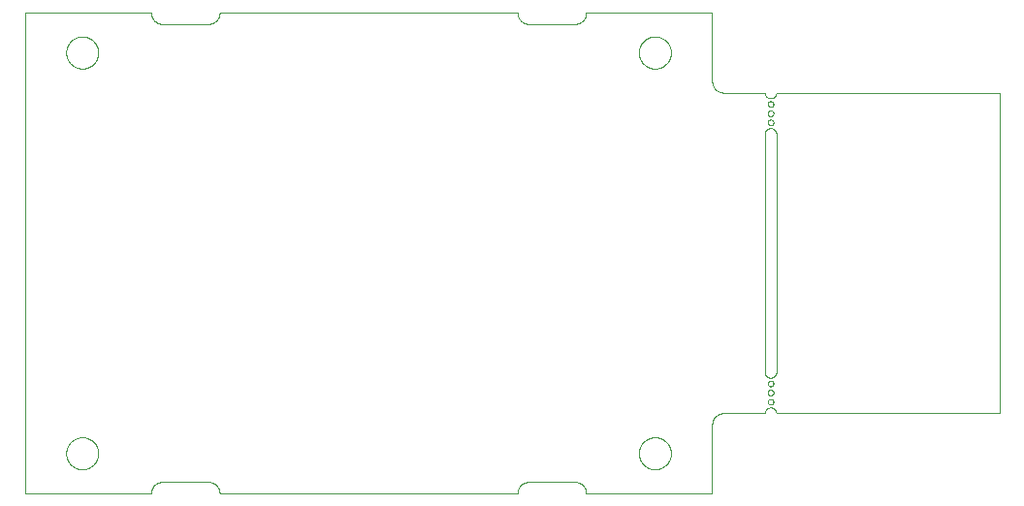
<source format=gbp>
G75*
%MOIN*%
%OFA0B0*%
%FSLAX25Y25*%
%IPPOS*%
%LPD*%
%AMOC8*
5,1,8,0,0,1.08239X$1,22.5*
%
%ADD10C,0.00000*%
%ADD11C,0.00394*%
D10*
X0048494Y0021469D02*
X0048496Y0021617D01*
X0048502Y0021765D01*
X0048512Y0021913D01*
X0048526Y0022060D01*
X0048544Y0022207D01*
X0048565Y0022353D01*
X0048591Y0022499D01*
X0048621Y0022644D01*
X0048654Y0022788D01*
X0048692Y0022931D01*
X0048733Y0023073D01*
X0048778Y0023214D01*
X0048826Y0023354D01*
X0048879Y0023493D01*
X0048935Y0023630D01*
X0048995Y0023765D01*
X0049058Y0023899D01*
X0049125Y0024031D01*
X0049196Y0024161D01*
X0049270Y0024289D01*
X0049347Y0024415D01*
X0049428Y0024539D01*
X0049512Y0024661D01*
X0049599Y0024780D01*
X0049690Y0024897D01*
X0049784Y0025012D01*
X0049880Y0025124D01*
X0049980Y0025234D01*
X0050082Y0025340D01*
X0050188Y0025444D01*
X0050296Y0025545D01*
X0050407Y0025643D01*
X0050520Y0025739D01*
X0050636Y0025831D01*
X0050754Y0025920D01*
X0050875Y0026005D01*
X0050998Y0026088D01*
X0051123Y0026167D01*
X0051250Y0026243D01*
X0051379Y0026315D01*
X0051510Y0026384D01*
X0051643Y0026449D01*
X0051778Y0026510D01*
X0051914Y0026568D01*
X0052051Y0026623D01*
X0052190Y0026673D01*
X0052331Y0026720D01*
X0052472Y0026763D01*
X0052615Y0026803D01*
X0052759Y0026838D01*
X0052903Y0026870D01*
X0053049Y0026897D01*
X0053195Y0026921D01*
X0053342Y0026941D01*
X0053489Y0026957D01*
X0053636Y0026969D01*
X0053784Y0026977D01*
X0053932Y0026981D01*
X0054080Y0026981D01*
X0054228Y0026977D01*
X0054376Y0026969D01*
X0054523Y0026957D01*
X0054670Y0026941D01*
X0054817Y0026921D01*
X0054963Y0026897D01*
X0055109Y0026870D01*
X0055253Y0026838D01*
X0055397Y0026803D01*
X0055540Y0026763D01*
X0055681Y0026720D01*
X0055822Y0026673D01*
X0055961Y0026623D01*
X0056098Y0026568D01*
X0056234Y0026510D01*
X0056369Y0026449D01*
X0056502Y0026384D01*
X0056633Y0026315D01*
X0056762Y0026243D01*
X0056889Y0026167D01*
X0057014Y0026088D01*
X0057137Y0026005D01*
X0057258Y0025920D01*
X0057376Y0025831D01*
X0057492Y0025739D01*
X0057605Y0025643D01*
X0057716Y0025545D01*
X0057824Y0025444D01*
X0057930Y0025340D01*
X0058032Y0025234D01*
X0058132Y0025124D01*
X0058228Y0025012D01*
X0058322Y0024897D01*
X0058413Y0024780D01*
X0058500Y0024661D01*
X0058584Y0024539D01*
X0058665Y0024415D01*
X0058742Y0024289D01*
X0058816Y0024161D01*
X0058887Y0024031D01*
X0058954Y0023899D01*
X0059017Y0023765D01*
X0059077Y0023630D01*
X0059133Y0023493D01*
X0059186Y0023354D01*
X0059234Y0023214D01*
X0059279Y0023073D01*
X0059320Y0022931D01*
X0059358Y0022788D01*
X0059391Y0022644D01*
X0059421Y0022499D01*
X0059447Y0022353D01*
X0059468Y0022207D01*
X0059486Y0022060D01*
X0059500Y0021913D01*
X0059510Y0021765D01*
X0059516Y0021617D01*
X0059518Y0021469D01*
X0059516Y0021321D01*
X0059510Y0021173D01*
X0059500Y0021025D01*
X0059486Y0020878D01*
X0059468Y0020731D01*
X0059447Y0020585D01*
X0059421Y0020439D01*
X0059391Y0020294D01*
X0059358Y0020150D01*
X0059320Y0020007D01*
X0059279Y0019865D01*
X0059234Y0019724D01*
X0059186Y0019584D01*
X0059133Y0019445D01*
X0059077Y0019308D01*
X0059017Y0019173D01*
X0058954Y0019039D01*
X0058887Y0018907D01*
X0058816Y0018777D01*
X0058742Y0018649D01*
X0058665Y0018523D01*
X0058584Y0018399D01*
X0058500Y0018277D01*
X0058413Y0018158D01*
X0058322Y0018041D01*
X0058228Y0017926D01*
X0058132Y0017814D01*
X0058032Y0017704D01*
X0057930Y0017598D01*
X0057824Y0017494D01*
X0057716Y0017393D01*
X0057605Y0017295D01*
X0057492Y0017199D01*
X0057376Y0017107D01*
X0057258Y0017018D01*
X0057137Y0016933D01*
X0057014Y0016850D01*
X0056889Y0016771D01*
X0056762Y0016695D01*
X0056633Y0016623D01*
X0056502Y0016554D01*
X0056369Y0016489D01*
X0056234Y0016428D01*
X0056098Y0016370D01*
X0055961Y0016315D01*
X0055822Y0016265D01*
X0055681Y0016218D01*
X0055540Y0016175D01*
X0055397Y0016135D01*
X0055253Y0016100D01*
X0055109Y0016068D01*
X0054963Y0016041D01*
X0054817Y0016017D01*
X0054670Y0015997D01*
X0054523Y0015981D01*
X0054376Y0015969D01*
X0054228Y0015961D01*
X0054080Y0015957D01*
X0053932Y0015957D01*
X0053784Y0015961D01*
X0053636Y0015969D01*
X0053489Y0015981D01*
X0053342Y0015997D01*
X0053195Y0016017D01*
X0053049Y0016041D01*
X0052903Y0016068D01*
X0052759Y0016100D01*
X0052615Y0016135D01*
X0052472Y0016175D01*
X0052331Y0016218D01*
X0052190Y0016265D01*
X0052051Y0016315D01*
X0051914Y0016370D01*
X0051778Y0016428D01*
X0051643Y0016489D01*
X0051510Y0016554D01*
X0051379Y0016623D01*
X0051250Y0016695D01*
X0051123Y0016771D01*
X0050998Y0016850D01*
X0050875Y0016933D01*
X0050754Y0017018D01*
X0050636Y0017107D01*
X0050520Y0017199D01*
X0050407Y0017295D01*
X0050296Y0017393D01*
X0050188Y0017494D01*
X0050082Y0017598D01*
X0049980Y0017704D01*
X0049880Y0017814D01*
X0049784Y0017926D01*
X0049690Y0018041D01*
X0049599Y0018158D01*
X0049512Y0018277D01*
X0049428Y0018399D01*
X0049347Y0018523D01*
X0049270Y0018649D01*
X0049196Y0018777D01*
X0049125Y0018907D01*
X0049058Y0019039D01*
X0048995Y0019173D01*
X0048935Y0019308D01*
X0048879Y0019445D01*
X0048826Y0019584D01*
X0048778Y0019724D01*
X0048733Y0019865D01*
X0048692Y0020007D01*
X0048654Y0020150D01*
X0048621Y0020294D01*
X0048591Y0020439D01*
X0048565Y0020585D01*
X0048544Y0020731D01*
X0048526Y0020878D01*
X0048512Y0021025D01*
X0048502Y0021173D01*
X0048496Y0021321D01*
X0048494Y0021469D01*
X0245344Y0021469D02*
X0245346Y0021617D01*
X0245352Y0021765D01*
X0245362Y0021913D01*
X0245376Y0022060D01*
X0245394Y0022207D01*
X0245415Y0022353D01*
X0245441Y0022499D01*
X0245471Y0022644D01*
X0245504Y0022788D01*
X0245542Y0022931D01*
X0245583Y0023073D01*
X0245628Y0023214D01*
X0245676Y0023354D01*
X0245729Y0023493D01*
X0245785Y0023630D01*
X0245845Y0023765D01*
X0245908Y0023899D01*
X0245975Y0024031D01*
X0246046Y0024161D01*
X0246120Y0024289D01*
X0246197Y0024415D01*
X0246278Y0024539D01*
X0246362Y0024661D01*
X0246449Y0024780D01*
X0246540Y0024897D01*
X0246634Y0025012D01*
X0246730Y0025124D01*
X0246830Y0025234D01*
X0246932Y0025340D01*
X0247038Y0025444D01*
X0247146Y0025545D01*
X0247257Y0025643D01*
X0247370Y0025739D01*
X0247486Y0025831D01*
X0247604Y0025920D01*
X0247725Y0026005D01*
X0247848Y0026088D01*
X0247973Y0026167D01*
X0248100Y0026243D01*
X0248229Y0026315D01*
X0248360Y0026384D01*
X0248493Y0026449D01*
X0248628Y0026510D01*
X0248764Y0026568D01*
X0248901Y0026623D01*
X0249040Y0026673D01*
X0249181Y0026720D01*
X0249322Y0026763D01*
X0249465Y0026803D01*
X0249609Y0026838D01*
X0249753Y0026870D01*
X0249899Y0026897D01*
X0250045Y0026921D01*
X0250192Y0026941D01*
X0250339Y0026957D01*
X0250486Y0026969D01*
X0250634Y0026977D01*
X0250782Y0026981D01*
X0250930Y0026981D01*
X0251078Y0026977D01*
X0251226Y0026969D01*
X0251373Y0026957D01*
X0251520Y0026941D01*
X0251667Y0026921D01*
X0251813Y0026897D01*
X0251959Y0026870D01*
X0252103Y0026838D01*
X0252247Y0026803D01*
X0252390Y0026763D01*
X0252531Y0026720D01*
X0252672Y0026673D01*
X0252811Y0026623D01*
X0252948Y0026568D01*
X0253084Y0026510D01*
X0253219Y0026449D01*
X0253352Y0026384D01*
X0253483Y0026315D01*
X0253612Y0026243D01*
X0253739Y0026167D01*
X0253864Y0026088D01*
X0253987Y0026005D01*
X0254108Y0025920D01*
X0254226Y0025831D01*
X0254342Y0025739D01*
X0254455Y0025643D01*
X0254566Y0025545D01*
X0254674Y0025444D01*
X0254780Y0025340D01*
X0254882Y0025234D01*
X0254982Y0025124D01*
X0255078Y0025012D01*
X0255172Y0024897D01*
X0255263Y0024780D01*
X0255350Y0024661D01*
X0255434Y0024539D01*
X0255515Y0024415D01*
X0255592Y0024289D01*
X0255666Y0024161D01*
X0255737Y0024031D01*
X0255804Y0023899D01*
X0255867Y0023765D01*
X0255927Y0023630D01*
X0255983Y0023493D01*
X0256036Y0023354D01*
X0256084Y0023214D01*
X0256129Y0023073D01*
X0256170Y0022931D01*
X0256208Y0022788D01*
X0256241Y0022644D01*
X0256271Y0022499D01*
X0256297Y0022353D01*
X0256318Y0022207D01*
X0256336Y0022060D01*
X0256350Y0021913D01*
X0256360Y0021765D01*
X0256366Y0021617D01*
X0256368Y0021469D01*
X0256366Y0021321D01*
X0256360Y0021173D01*
X0256350Y0021025D01*
X0256336Y0020878D01*
X0256318Y0020731D01*
X0256297Y0020585D01*
X0256271Y0020439D01*
X0256241Y0020294D01*
X0256208Y0020150D01*
X0256170Y0020007D01*
X0256129Y0019865D01*
X0256084Y0019724D01*
X0256036Y0019584D01*
X0255983Y0019445D01*
X0255927Y0019308D01*
X0255867Y0019173D01*
X0255804Y0019039D01*
X0255737Y0018907D01*
X0255666Y0018777D01*
X0255592Y0018649D01*
X0255515Y0018523D01*
X0255434Y0018399D01*
X0255350Y0018277D01*
X0255263Y0018158D01*
X0255172Y0018041D01*
X0255078Y0017926D01*
X0254982Y0017814D01*
X0254882Y0017704D01*
X0254780Y0017598D01*
X0254674Y0017494D01*
X0254566Y0017393D01*
X0254455Y0017295D01*
X0254342Y0017199D01*
X0254226Y0017107D01*
X0254108Y0017018D01*
X0253987Y0016933D01*
X0253864Y0016850D01*
X0253739Y0016771D01*
X0253612Y0016695D01*
X0253483Y0016623D01*
X0253352Y0016554D01*
X0253219Y0016489D01*
X0253084Y0016428D01*
X0252948Y0016370D01*
X0252811Y0016315D01*
X0252672Y0016265D01*
X0252531Y0016218D01*
X0252390Y0016175D01*
X0252247Y0016135D01*
X0252103Y0016100D01*
X0251959Y0016068D01*
X0251813Y0016041D01*
X0251667Y0016017D01*
X0251520Y0015997D01*
X0251373Y0015981D01*
X0251226Y0015969D01*
X0251078Y0015961D01*
X0250930Y0015957D01*
X0250782Y0015957D01*
X0250634Y0015961D01*
X0250486Y0015969D01*
X0250339Y0015981D01*
X0250192Y0015997D01*
X0250045Y0016017D01*
X0249899Y0016041D01*
X0249753Y0016068D01*
X0249609Y0016100D01*
X0249465Y0016135D01*
X0249322Y0016175D01*
X0249181Y0016218D01*
X0249040Y0016265D01*
X0248901Y0016315D01*
X0248764Y0016370D01*
X0248628Y0016428D01*
X0248493Y0016489D01*
X0248360Y0016554D01*
X0248229Y0016623D01*
X0248100Y0016695D01*
X0247973Y0016771D01*
X0247848Y0016850D01*
X0247725Y0016933D01*
X0247604Y0017018D01*
X0247486Y0017107D01*
X0247370Y0017199D01*
X0247257Y0017295D01*
X0247146Y0017393D01*
X0247038Y0017494D01*
X0246932Y0017598D01*
X0246830Y0017704D01*
X0246730Y0017814D01*
X0246634Y0017926D01*
X0246540Y0018041D01*
X0246449Y0018158D01*
X0246362Y0018277D01*
X0246278Y0018399D01*
X0246197Y0018523D01*
X0246120Y0018649D01*
X0246046Y0018777D01*
X0245975Y0018907D01*
X0245908Y0019039D01*
X0245845Y0019173D01*
X0245785Y0019308D01*
X0245729Y0019445D01*
X0245676Y0019584D01*
X0245628Y0019724D01*
X0245583Y0019865D01*
X0245542Y0020007D01*
X0245504Y0020150D01*
X0245471Y0020294D01*
X0245441Y0020439D01*
X0245415Y0020585D01*
X0245394Y0020731D01*
X0245376Y0020878D01*
X0245362Y0021025D01*
X0245352Y0021173D01*
X0245346Y0021321D01*
X0245344Y0021469D01*
X0289636Y0039185D02*
X0289638Y0039247D01*
X0289644Y0039310D01*
X0289654Y0039371D01*
X0289668Y0039432D01*
X0289685Y0039492D01*
X0289706Y0039551D01*
X0289732Y0039608D01*
X0289760Y0039663D01*
X0289792Y0039717D01*
X0289828Y0039768D01*
X0289866Y0039818D01*
X0289908Y0039864D01*
X0289952Y0039908D01*
X0290000Y0039949D01*
X0290049Y0039987D01*
X0290101Y0040021D01*
X0290155Y0040052D01*
X0290211Y0040080D01*
X0290269Y0040104D01*
X0290328Y0040125D01*
X0290388Y0040141D01*
X0290449Y0040154D01*
X0290511Y0040163D01*
X0290573Y0040168D01*
X0290636Y0040169D01*
X0290698Y0040166D01*
X0290760Y0040159D01*
X0290822Y0040148D01*
X0290882Y0040133D01*
X0290942Y0040115D01*
X0291000Y0040093D01*
X0291057Y0040067D01*
X0291112Y0040037D01*
X0291165Y0040004D01*
X0291216Y0039968D01*
X0291264Y0039929D01*
X0291310Y0039886D01*
X0291353Y0039841D01*
X0291393Y0039793D01*
X0291430Y0039743D01*
X0291464Y0039690D01*
X0291495Y0039636D01*
X0291521Y0039580D01*
X0291545Y0039522D01*
X0291564Y0039462D01*
X0291580Y0039402D01*
X0291592Y0039340D01*
X0291600Y0039279D01*
X0291604Y0039216D01*
X0291604Y0039154D01*
X0291600Y0039091D01*
X0291592Y0039030D01*
X0291580Y0038968D01*
X0291564Y0038908D01*
X0291545Y0038848D01*
X0291521Y0038790D01*
X0291495Y0038734D01*
X0291464Y0038680D01*
X0291430Y0038627D01*
X0291393Y0038577D01*
X0291353Y0038529D01*
X0291310Y0038484D01*
X0291264Y0038441D01*
X0291216Y0038402D01*
X0291165Y0038366D01*
X0291112Y0038333D01*
X0291057Y0038303D01*
X0291000Y0038277D01*
X0290942Y0038255D01*
X0290882Y0038237D01*
X0290822Y0038222D01*
X0290760Y0038211D01*
X0290698Y0038204D01*
X0290636Y0038201D01*
X0290573Y0038202D01*
X0290511Y0038207D01*
X0290449Y0038216D01*
X0290388Y0038229D01*
X0290328Y0038245D01*
X0290269Y0038266D01*
X0290211Y0038290D01*
X0290155Y0038318D01*
X0290101Y0038349D01*
X0290049Y0038383D01*
X0290000Y0038421D01*
X0289952Y0038462D01*
X0289908Y0038506D01*
X0289866Y0038552D01*
X0289828Y0038602D01*
X0289792Y0038653D01*
X0289760Y0038707D01*
X0289732Y0038762D01*
X0289706Y0038819D01*
X0289685Y0038878D01*
X0289668Y0038938D01*
X0289654Y0038999D01*
X0289644Y0039060D01*
X0289638Y0039123D01*
X0289636Y0039185D01*
X0289636Y0042335D02*
X0289638Y0042397D01*
X0289644Y0042460D01*
X0289654Y0042521D01*
X0289668Y0042582D01*
X0289685Y0042642D01*
X0289706Y0042701D01*
X0289732Y0042758D01*
X0289760Y0042813D01*
X0289792Y0042867D01*
X0289828Y0042918D01*
X0289866Y0042968D01*
X0289908Y0043014D01*
X0289952Y0043058D01*
X0290000Y0043099D01*
X0290049Y0043137D01*
X0290101Y0043171D01*
X0290155Y0043202D01*
X0290211Y0043230D01*
X0290269Y0043254D01*
X0290328Y0043275D01*
X0290388Y0043291D01*
X0290449Y0043304D01*
X0290511Y0043313D01*
X0290573Y0043318D01*
X0290636Y0043319D01*
X0290698Y0043316D01*
X0290760Y0043309D01*
X0290822Y0043298D01*
X0290882Y0043283D01*
X0290942Y0043265D01*
X0291000Y0043243D01*
X0291057Y0043217D01*
X0291112Y0043187D01*
X0291165Y0043154D01*
X0291216Y0043118D01*
X0291264Y0043079D01*
X0291310Y0043036D01*
X0291353Y0042991D01*
X0291393Y0042943D01*
X0291430Y0042893D01*
X0291464Y0042840D01*
X0291495Y0042786D01*
X0291521Y0042730D01*
X0291545Y0042672D01*
X0291564Y0042612D01*
X0291580Y0042552D01*
X0291592Y0042490D01*
X0291600Y0042429D01*
X0291604Y0042366D01*
X0291604Y0042304D01*
X0291600Y0042241D01*
X0291592Y0042180D01*
X0291580Y0042118D01*
X0291564Y0042058D01*
X0291545Y0041998D01*
X0291521Y0041940D01*
X0291495Y0041884D01*
X0291464Y0041830D01*
X0291430Y0041777D01*
X0291393Y0041727D01*
X0291353Y0041679D01*
X0291310Y0041634D01*
X0291264Y0041591D01*
X0291216Y0041552D01*
X0291165Y0041516D01*
X0291112Y0041483D01*
X0291057Y0041453D01*
X0291000Y0041427D01*
X0290942Y0041405D01*
X0290882Y0041387D01*
X0290822Y0041372D01*
X0290760Y0041361D01*
X0290698Y0041354D01*
X0290636Y0041351D01*
X0290573Y0041352D01*
X0290511Y0041357D01*
X0290449Y0041366D01*
X0290388Y0041379D01*
X0290328Y0041395D01*
X0290269Y0041416D01*
X0290211Y0041440D01*
X0290155Y0041468D01*
X0290101Y0041499D01*
X0290049Y0041533D01*
X0290000Y0041571D01*
X0289952Y0041612D01*
X0289908Y0041656D01*
X0289866Y0041702D01*
X0289828Y0041752D01*
X0289792Y0041803D01*
X0289760Y0041857D01*
X0289732Y0041912D01*
X0289706Y0041969D01*
X0289685Y0042028D01*
X0289668Y0042088D01*
X0289654Y0042149D01*
X0289644Y0042210D01*
X0289638Y0042273D01*
X0289636Y0042335D01*
X0289636Y0045484D02*
X0289638Y0045546D01*
X0289644Y0045609D01*
X0289654Y0045670D01*
X0289668Y0045731D01*
X0289685Y0045791D01*
X0289706Y0045850D01*
X0289732Y0045907D01*
X0289760Y0045962D01*
X0289792Y0046016D01*
X0289828Y0046067D01*
X0289866Y0046117D01*
X0289908Y0046163D01*
X0289952Y0046207D01*
X0290000Y0046248D01*
X0290049Y0046286D01*
X0290101Y0046320D01*
X0290155Y0046351D01*
X0290211Y0046379D01*
X0290269Y0046403D01*
X0290328Y0046424D01*
X0290388Y0046440D01*
X0290449Y0046453D01*
X0290511Y0046462D01*
X0290573Y0046467D01*
X0290636Y0046468D01*
X0290698Y0046465D01*
X0290760Y0046458D01*
X0290822Y0046447D01*
X0290882Y0046432D01*
X0290942Y0046414D01*
X0291000Y0046392D01*
X0291057Y0046366D01*
X0291112Y0046336D01*
X0291165Y0046303D01*
X0291216Y0046267D01*
X0291264Y0046228D01*
X0291310Y0046185D01*
X0291353Y0046140D01*
X0291393Y0046092D01*
X0291430Y0046042D01*
X0291464Y0045989D01*
X0291495Y0045935D01*
X0291521Y0045879D01*
X0291545Y0045821D01*
X0291564Y0045761D01*
X0291580Y0045701D01*
X0291592Y0045639D01*
X0291600Y0045578D01*
X0291604Y0045515D01*
X0291604Y0045453D01*
X0291600Y0045390D01*
X0291592Y0045329D01*
X0291580Y0045267D01*
X0291564Y0045207D01*
X0291545Y0045147D01*
X0291521Y0045089D01*
X0291495Y0045033D01*
X0291464Y0044979D01*
X0291430Y0044926D01*
X0291393Y0044876D01*
X0291353Y0044828D01*
X0291310Y0044783D01*
X0291264Y0044740D01*
X0291216Y0044701D01*
X0291165Y0044665D01*
X0291112Y0044632D01*
X0291057Y0044602D01*
X0291000Y0044576D01*
X0290942Y0044554D01*
X0290882Y0044536D01*
X0290822Y0044521D01*
X0290760Y0044510D01*
X0290698Y0044503D01*
X0290636Y0044500D01*
X0290573Y0044501D01*
X0290511Y0044506D01*
X0290449Y0044515D01*
X0290388Y0044528D01*
X0290328Y0044544D01*
X0290269Y0044565D01*
X0290211Y0044589D01*
X0290155Y0044617D01*
X0290101Y0044648D01*
X0290049Y0044682D01*
X0290000Y0044720D01*
X0289952Y0044761D01*
X0289908Y0044805D01*
X0289866Y0044851D01*
X0289828Y0044901D01*
X0289792Y0044952D01*
X0289760Y0045006D01*
X0289732Y0045061D01*
X0289706Y0045118D01*
X0289685Y0045177D01*
X0289668Y0045237D01*
X0289654Y0045298D01*
X0289644Y0045359D01*
X0289638Y0045422D01*
X0289636Y0045484D01*
X0289636Y0135248D02*
X0289638Y0135310D01*
X0289644Y0135373D01*
X0289654Y0135434D01*
X0289668Y0135495D01*
X0289685Y0135555D01*
X0289706Y0135614D01*
X0289732Y0135671D01*
X0289760Y0135726D01*
X0289792Y0135780D01*
X0289828Y0135831D01*
X0289866Y0135881D01*
X0289908Y0135927D01*
X0289952Y0135971D01*
X0290000Y0136012D01*
X0290049Y0136050D01*
X0290101Y0136084D01*
X0290155Y0136115D01*
X0290211Y0136143D01*
X0290269Y0136167D01*
X0290328Y0136188D01*
X0290388Y0136204D01*
X0290449Y0136217D01*
X0290511Y0136226D01*
X0290573Y0136231D01*
X0290636Y0136232D01*
X0290698Y0136229D01*
X0290760Y0136222D01*
X0290822Y0136211D01*
X0290882Y0136196D01*
X0290942Y0136178D01*
X0291000Y0136156D01*
X0291057Y0136130D01*
X0291112Y0136100D01*
X0291165Y0136067D01*
X0291216Y0136031D01*
X0291264Y0135992D01*
X0291310Y0135949D01*
X0291353Y0135904D01*
X0291393Y0135856D01*
X0291430Y0135806D01*
X0291464Y0135753D01*
X0291495Y0135699D01*
X0291521Y0135643D01*
X0291545Y0135585D01*
X0291564Y0135525D01*
X0291580Y0135465D01*
X0291592Y0135403D01*
X0291600Y0135342D01*
X0291604Y0135279D01*
X0291604Y0135217D01*
X0291600Y0135154D01*
X0291592Y0135093D01*
X0291580Y0135031D01*
X0291564Y0134971D01*
X0291545Y0134911D01*
X0291521Y0134853D01*
X0291495Y0134797D01*
X0291464Y0134743D01*
X0291430Y0134690D01*
X0291393Y0134640D01*
X0291353Y0134592D01*
X0291310Y0134547D01*
X0291264Y0134504D01*
X0291216Y0134465D01*
X0291165Y0134429D01*
X0291112Y0134396D01*
X0291057Y0134366D01*
X0291000Y0134340D01*
X0290942Y0134318D01*
X0290882Y0134300D01*
X0290822Y0134285D01*
X0290760Y0134274D01*
X0290698Y0134267D01*
X0290636Y0134264D01*
X0290573Y0134265D01*
X0290511Y0134270D01*
X0290449Y0134279D01*
X0290388Y0134292D01*
X0290328Y0134308D01*
X0290269Y0134329D01*
X0290211Y0134353D01*
X0290155Y0134381D01*
X0290101Y0134412D01*
X0290049Y0134446D01*
X0290000Y0134484D01*
X0289952Y0134525D01*
X0289908Y0134569D01*
X0289866Y0134615D01*
X0289828Y0134665D01*
X0289792Y0134716D01*
X0289760Y0134770D01*
X0289732Y0134825D01*
X0289706Y0134882D01*
X0289685Y0134941D01*
X0289668Y0135001D01*
X0289654Y0135062D01*
X0289644Y0135123D01*
X0289638Y0135186D01*
X0289636Y0135248D01*
X0289636Y0138398D02*
X0289638Y0138460D01*
X0289644Y0138523D01*
X0289654Y0138584D01*
X0289668Y0138645D01*
X0289685Y0138705D01*
X0289706Y0138764D01*
X0289732Y0138821D01*
X0289760Y0138876D01*
X0289792Y0138930D01*
X0289828Y0138981D01*
X0289866Y0139031D01*
X0289908Y0139077D01*
X0289952Y0139121D01*
X0290000Y0139162D01*
X0290049Y0139200D01*
X0290101Y0139234D01*
X0290155Y0139265D01*
X0290211Y0139293D01*
X0290269Y0139317D01*
X0290328Y0139338D01*
X0290388Y0139354D01*
X0290449Y0139367D01*
X0290511Y0139376D01*
X0290573Y0139381D01*
X0290636Y0139382D01*
X0290698Y0139379D01*
X0290760Y0139372D01*
X0290822Y0139361D01*
X0290882Y0139346D01*
X0290942Y0139328D01*
X0291000Y0139306D01*
X0291057Y0139280D01*
X0291112Y0139250D01*
X0291165Y0139217D01*
X0291216Y0139181D01*
X0291264Y0139142D01*
X0291310Y0139099D01*
X0291353Y0139054D01*
X0291393Y0139006D01*
X0291430Y0138956D01*
X0291464Y0138903D01*
X0291495Y0138849D01*
X0291521Y0138793D01*
X0291545Y0138735D01*
X0291564Y0138675D01*
X0291580Y0138615D01*
X0291592Y0138553D01*
X0291600Y0138492D01*
X0291604Y0138429D01*
X0291604Y0138367D01*
X0291600Y0138304D01*
X0291592Y0138243D01*
X0291580Y0138181D01*
X0291564Y0138121D01*
X0291545Y0138061D01*
X0291521Y0138003D01*
X0291495Y0137947D01*
X0291464Y0137893D01*
X0291430Y0137840D01*
X0291393Y0137790D01*
X0291353Y0137742D01*
X0291310Y0137697D01*
X0291264Y0137654D01*
X0291216Y0137615D01*
X0291165Y0137579D01*
X0291112Y0137546D01*
X0291057Y0137516D01*
X0291000Y0137490D01*
X0290942Y0137468D01*
X0290882Y0137450D01*
X0290822Y0137435D01*
X0290760Y0137424D01*
X0290698Y0137417D01*
X0290636Y0137414D01*
X0290573Y0137415D01*
X0290511Y0137420D01*
X0290449Y0137429D01*
X0290388Y0137442D01*
X0290328Y0137458D01*
X0290269Y0137479D01*
X0290211Y0137503D01*
X0290155Y0137531D01*
X0290101Y0137562D01*
X0290049Y0137596D01*
X0290000Y0137634D01*
X0289952Y0137675D01*
X0289908Y0137719D01*
X0289866Y0137765D01*
X0289828Y0137815D01*
X0289792Y0137866D01*
X0289760Y0137920D01*
X0289732Y0137975D01*
X0289706Y0138032D01*
X0289685Y0138091D01*
X0289668Y0138151D01*
X0289654Y0138212D01*
X0289644Y0138273D01*
X0289638Y0138336D01*
X0289636Y0138398D01*
X0289636Y0141547D02*
X0289638Y0141609D01*
X0289644Y0141672D01*
X0289654Y0141733D01*
X0289668Y0141794D01*
X0289685Y0141854D01*
X0289706Y0141913D01*
X0289732Y0141970D01*
X0289760Y0142025D01*
X0289792Y0142079D01*
X0289828Y0142130D01*
X0289866Y0142180D01*
X0289908Y0142226D01*
X0289952Y0142270D01*
X0290000Y0142311D01*
X0290049Y0142349D01*
X0290101Y0142383D01*
X0290155Y0142414D01*
X0290211Y0142442D01*
X0290269Y0142466D01*
X0290328Y0142487D01*
X0290388Y0142503D01*
X0290449Y0142516D01*
X0290511Y0142525D01*
X0290573Y0142530D01*
X0290636Y0142531D01*
X0290698Y0142528D01*
X0290760Y0142521D01*
X0290822Y0142510D01*
X0290882Y0142495D01*
X0290942Y0142477D01*
X0291000Y0142455D01*
X0291057Y0142429D01*
X0291112Y0142399D01*
X0291165Y0142366D01*
X0291216Y0142330D01*
X0291264Y0142291D01*
X0291310Y0142248D01*
X0291353Y0142203D01*
X0291393Y0142155D01*
X0291430Y0142105D01*
X0291464Y0142052D01*
X0291495Y0141998D01*
X0291521Y0141942D01*
X0291545Y0141884D01*
X0291564Y0141824D01*
X0291580Y0141764D01*
X0291592Y0141702D01*
X0291600Y0141641D01*
X0291604Y0141578D01*
X0291604Y0141516D01*
X0291600Y0141453D01*
X0291592Y0141392D01*
X0291580Y0141330D01*
X0291564Y0141270D01*
X0291545Y0141210D01*
X0291521Y0141152D01*
X0291495Y0141096D01*
X0291464Y0141042D01*
X0291430Y0140989D01*
X0291393Y0140939D01*
X0291353Y0140891D01*
X0291310Y0140846D01*
X0291264Y0140803D01*
X0291216Y0140764D01*
X0291165Y0140728D01*
X0291112Y0140695D01*
X0291057Y0140665D01*
X0291000Y0140639D01*
X0290942Y0140617D01*
X0290882Y0140599D01*
X0290822Y0140584D01*
X0290760Y0140573D01*
X0290698Y0140566D01*
X0290636Y0140563D01*
X0290573Y0140564D01*
X0290511Y0140569D01*
X0290449Y0140578D01*
X0290388Y0140591D01*
X0290328Y0140607D01*
X0290269Y0140628D01*
X0290211Y0140652D01*
X0290155Y0140680D01*
X0290101Y0140711D01*
X0290049Y0140745D01*
X0290000Y0140783D01*
X0289952Y0140824D01*
X0289908Y0140868D01*
X0289866Y0140914D01*
X0289828Y0140964D01*
X0289792Y0141015D01*
X0289760Y0141069D01*
X0289732Y0141124D01*
X0289706Y0141181D01*
X0289685Y0141240D01*
X0289668Y0141300D01*
X0289654Y0141361D01*
X0289644Y0141422D01*
X0289638Y0141485D01*
X0289636Y0141547D01*
X0245344Y0159264D02*
X0245346Y0159412D01*
X0245352Y0159560D01*
X0245362Y0159708D01*
X0245376Y0159855D01*
X0245394Y0160002D01*
X0245415Y0160148D01*
X0245441Y0160294D01*
X0245471Y0160439D01*
X0245504Y0160583D01*
X0245542Y0160726D01*
X0245583Y0160868D01*
X0245628Y0161009D01*
X0245676Y0161149D01*
X0245729Y0161288D01*
X0245785Y0161425D01*
X0245845Y0161560D01*
X0245908Y0161694D01*
X0245975Y0161826D01*
X0246046Y0161956D01*
X0246120Y0162084D01*
X0246197Y0162210D01*
X0246278Y0162334D01*
X0246362Y0162456D01*
X0246449Y0162575D01*
X0246540Y0162692D01*
X0246634Y0162807D01*
X0246730Y0162919D01*
X0246830Y0163029D01*
X0246932Y0163135D01*
X0247038Y0163239D01*
X0247146Y0163340D01*
X0247257Y0163438D01*
X0247370Y0163534D01*
X0247486Y0163626D01*
X0247604Y0163715D01*
X0247725Y0163800D01*
X0247848Y0163883D01*
X0247973Y0163962D01*
X0248100Y0164038D01*
X0248229Y0164110D01*
X0248360Y0164179D01*
X0248493Y0164244D01*
X0248628Y0164305D01*
X0248764Y0164363D01*
X0248901Y0164418D01*
X0249040Y0164468D01*
X0249181Y0164515D01*
X0249322Y0164558D01*
X0249465Y0164598D01*
X0249609Y0164633D01*
X0249753Y0164665D01*
X0249899Y0164692D01*
X0250045Y0164716D01*
X0250192Y0164736D01*
X0250339Y0164752D01*
X0250486Y0164764D01*
X0250634Y0164772D01*
X0250782Y0164776D01*
X0250930Y0164776D01*
X0251078Y0164772D01*
X0251226Y0164764D01*
X0251373Y0164752D01*
X0251520Y0164736D01*
X0251667Y0164716D01*
X0251813Y0164692D01*
X0251959Y0164665D01*
X0252103Y0164633D01*
X0252247Y0164598D01*
X0252390Y0164558D01*
X0252531Y0164515D01*
X0252672Y0164468D01*
X0252811Y0164418D01*
X0252948Y0164363D01*
X0253084Y0164305D01*
X0253219Y0164244D01*
X0253352Y0164179D01*
X0253483Y0164110D01*
X0253612Y0164038D01*
X0253739Y0163962D01*
X0253864Y0163883D01*
X0253987Y0163800D01*
X0254108Y0163715D01*
X0254226Y0163626D01*
X0254342Y0163534D01*
X0254455Y0163438D01*
X0254566Y0163340D01*
X0254674Y0163239D01*
X0254780Y0163135D01*
X0254882Y0163029D01*
X0254982Y0162919D01*
X0255078Y0162807D01*
X0255172Y0162692D01*
X0255263Y0162575D01*
X0255350Y0162456D01*
X0255434Y0162334D01*
X0255515Y0162210D01*
X0255592Y0162084D01*
X0255666Y0161956D01*
X0255737Y0161826D01*
X0255804Y0161694D01*
X0255867Y0161560D01*
X0255927Y0161425D01*
X0255983Y0161288D01*
X0256036Y0161149D01*
X0256084Y0161009D01*
X0256129Y0160868D01*
X0256170Y0160726D01*
X0256208Y0160583D01*
X0256241Y0160439D01*
X0256271Y0160294D01*
X0256297Y0160148D01*
X0256318Y0160002D01*
X0256336Y0159855D01*
X0256350Y0159708D01*
X0256360Y0159560D01*
X0256366Y0159412D01*
X0256368Y0159264D01*
X0256366Y0159116D01*
X0256360Y0158968D01*
X0256350Y0158820D01*
X0256336Y0158673D01*
X0256318Y0158526D01*
X0256297Y0158380D01*
X0256271Y0158234D01*
X0256241Y0158089D01*
X0256208Y0157945D01*
X0256170Y0157802D01*
X0256129Y0157660D01*
X0256084Y0157519D01*
X0256036Y0157379D01*
X0255983Y0157240D01*
X0255927Y0157103D01*
X0255867Y0156968D01*
X0255804Y0156834D01*
X0255737Y0156702D01*
X0255666Y0156572D01*
X0255592Y0156444D01*
X0255515Y0156318D01*
X0255434Y0156194D01*
X0255350Y0156072D01*
X0255263Y0155953D01*
X0255172Y0155836D01*
X0255078Y0155721D01*
X0254982Y0155609D01*
X0254882Y0155499D01*
X0254780Y0155393D01*
X0254674Y0155289D01*
X0254566Y0155188D01*
X0254455Y0155090D01*
X0254342Y0154994D01*
X0254226Y0154902D01*
X0254108Y0154813D01*
X0253987Y0154728D01*
X0253864Y0154645D01*
X0253739Y0154566D01*
X0253612Y0154490D01*
X0253483Y0154418D01*
X0253352Y0154349D01*
X0253219Y0154284D01*
X0253084Y0154223D01*
X0252948Y0154165D01*
X0252811Y0154110D01*
X0252672Y0154060D01*
X0252531Y0154013D01*
X0252390Y0153970D01*
X0252247Y0153930D01*
X0252103Y0153895D01*
X0251959Y0153863D01*
X0251813Y0153836D01*
X0251667Y0153812D01*
X0251520Y0153792D01*
X0251373Y0153776D01*
X0251226Y0153764D01*
X0251078Y0153756D01*
X0250930Y0153752D01*
X0250782Y0153752D01*
X0250634Y0153756D01*
X0250486Y0153764D01*
X0250339Y0153776D01*
X0250192Y0153792D01*
X0250045Y0153812D01*
X0249899Y0153836D01*
X0249753Y0153863D01*
X0249609Y0153895D01*
X0249465Y0153930D01*
X0249322Y0153970D01*
X0249181Y0154013D01*
X0249040Y0154060D01*
X0248901Y0154110D01*
X0248764Y0154165D01*
X0248628Y0154223D01*
X0248493Y0154284D01*
X0248360Y0154349D01*
X0248229Y0154418D01*
X0248100Y0154490D01*
X0247973Y0154566D01*
X0247848Y0154645D01*
X0247725Y0154728D01*
X0247604Y0154813D01*
X0247486Y0154902D01*
X0247370Y0154994D01*
X0247257Y0155090D01*
X0247146Y0155188D01*
X0247038Y0155289D01*
X0246932Y0155393D01*
X0246830Y0155499D01*
X0246730Y0155609D01*
X0246634Y0155721D01*
X0246540Y0155836D01*
X0246449Y0155953D01*
X0246362Y0156072D01*
X0246278Y0156194D01*
X0246197Y0156318D01*
X0246120Y0156444D01*
X0246046Y0156572D01*
X0245975Y0156702D01*
X0245908Y0156834D01*
X0245845Y0156968D01*
X0245785Y0157103D01*
X0245729Y0157240D01*
X0245676Y0157379D01*
X0245628Y0157519D01*
X0245583Y0157660D01*
X0245542Y0157802D01*
X0245504Y0157945D01*
X0245471Y0158089D01*
X0245441Y0158234D01*
X0245415Y0158380D01*
X0245394Y0158526D01*
X0245376Y0158673D01*
X0245362Y0158820D01*
X0245352Y0158968D01*
X0245346Y0159116D01*
X0245344Y0159264D01*
X0048494Y0159264D02*
X0048496Y0159412D01*
X0048502Y0159560D01*
X0048512Y0159708D01*
X0048526Y0159855D01*
X0048544Y0160002D01*
X0048565Y0160148D01*
X0048591Y0160294D01*
X0048621Y0160439D01*
X0048654Y0160583D01*
X0048692Y0160726D01*
X0048733Y0160868D01*
X0048778Y0161009D01*
X0048826Y0161149D01*
X0048879Y0161288D01*
X0048935Y0161425D01*
X0048995Y0161560D01*
X0049058Y0161694D01*
X0049125Y0161826D01*
X0049196Y0161956D01*
X0049270Y0162084D01*
X0049347Y0162210D01*
X0049428Y0162334D01*
X0049512Y0162456D01*
X0049599Y0162575D01*
X0049690Y0162692D01*
X0049784Y0162807D01*
X0049880Y0162919D01*
X0049980Y0163029D01*
X0050082Y0163135D01*
X0050188Y0163239D01*
X0050296Y0163340D01*
X0050407Y0163438D01*
X0050520Y0163534D01*
X0050636Y0163626D01*
X0050754Y0163715D01*
X0050875Y0163800D01*
X0050998Y0163883D01*
X0051123Y0163962D01*
X0051250Y0164038D01*
X0051379Y0164110D01*
X0051510Y0164179D01*
X0051643Y0164244D01*
X0051778Y0164305D01*
X0051914Y0164363D01*
X0052051Y0164418D01*
X0052190Y0164468D01*
X0052331Y0164515D01*
X0052472Y0164558D01*
X0052615Y0164598D01*
X0052759Y0164633D01*
X0052903Y0164665D01*
X0053049Y0164692D01*
X0053195Y0164716D01*
X0053342Y0164736D01*
X0053489Y0164752D01*
X0053636Y0164764D01*
X0053784Y0164772D01*
X0053932Y0164776D01*
X0054080Y0164776D01*
X0054228Y0164772D01*
X0054376Y0164764D01*
X0054523Y0164752D01*
X0054670Y0164736D01*
X0054817Y0164716D01*
X0054963Y0164692D01*
X0055109Y0164665D01*
X0055253Y0164633D01*
X0055397Y0164598D01*
X0055540Y0164558D01*
X0055681Y0164515D01*
X0055822Y0164468D01*
X0055961Y0164418D01*
X0056098Y0164363D01*
X0056234Y0164305D01*
X0056369Y0164244D01*
X0056502Y0164179D01*
X0056633Y0164110D01*
X0056762Y0164038D01*
X0056889Y0163962D01*
X0057014Y0163883D01*
X0057137Y0163800D01*
X0057258Y0163715D01*
X0057376Y0163626D01*
X0057492Y0163534D01*
X0057605Y0163438D01*
X0057716Y0163340D01*
X0057824Y0163239D01*
X0057930Y0163135D01*
X0058032Y0163029D01*
X0058132Y0162919D01*
X0058228Y0162807D01*
X0058322Y0162692D01*
X0058413Y0162575D01*
X0058500Y0162456D01*
X0058584Y0162334D01*
X0058665Y0162210D01*
X0058742Y0162084D01*
X0058816Y0161956D01*
X0058887Y0161826D01*
X0058954Y0161694D01*
X0059017Y0161560D01*
X0059077Y0161425D01*
X0059133Y0161288D01*
X0059186Y0161149D01*
X0059234Y0161009D01*
X0059279Y0160868D01*
X0059320Y0160726D01*
X0059358Y0160583D01*
X0059391Y0160439D01*
X0059421Y0160294D01*
X0059447Y0160148D01*
X0059468Y0160002D01*
X0059486Y0159855D01*
X0059500Y0159708D01*
X0059510Y0159560D01*
X0059516Y0159412D01*
X0059518Y0159264D01*
X0059516Y0159116D01*
X0059510Y0158968D01*
X0059500Y0158820D01*
X0059486Y0158673D01*
X0059468Y0158526D01*
X0059447Y0158380D01*
X0059421Y0158234D01*
X0059391Y0158089D01*
X0059358Y0157945D01*
X0059320Y0157802D01*
X0059279Y0157660D01*
X0059234Y0157519D01*
X0059186Y0157379D01*
X0059133Y0157240D01*
X0059077Y0157103D01*
X0059017Y0156968D01*
X0058954Y0156834D01*
X0058887Y0156702D01*
X0058816Y0156572D01*
X0058742Y0156444D01*
X0058665Y0156318D01*
X0058584Y0156194D01*
X0058500Y0156072D01*
X0058413Y0155953D01*
X0058322Y0155836D01*
X0058228Y0155721D01*
X0058132Y0155609D01*
X0058032Y0155499D01*
X0057930Y0155393D01*
X0057824Y0155289D01*
X0057716Y0155188D01*
X0057605Y0155090D01*
X0057492Y0154994D01*
X0057376Y0154902D01*
X0057258Y0154813D01*
X0057137Y0154728D01*
X0057014Y0154645D01*
X0056889Y0154566D01*
X0056762Y0154490D01*
X0056633Y0154418D01*
X0056502Y0154349D01*
X0056369Y0154284D01*
X0056234Y0154223D01*
X0056098Y0154165D01*
X0055961Y0154110D01*
X0055822Y0154060D01*
X0055681Y0154013D01*
X0055540Y0153970D01*
X0055397Y0153930D01*
X0055253Y0153895D01*
X0055109Y0153863D01*
X0054963Y0153836D01*
X0054817Y0153812D01*
X0054670Y0153792D01*
X0054523Y0153776D01*
X0054376Y0153764D01*
X0054228Y0153756D01*
X0054080Y0153752D01*
X0053932Y0153752D01*
X0053784Y0153756D01*
X0053636Y0153764D01*
X0053489Y0153776D01*
X0053342Y0153792D01*
X0053195Y0153812D01*
X0053049Y0153836D01*
X0052903Y0153863D01*
X0052759Y0153895D01*
X0052615Y0153930D01*
X0052472Y0153970D01*
X0052331Y0154013D01*
X0052190Y0154060D01*
X0052051Y0154110D01*
X0051914Y0154165D01*
X0051778Y0154223D01*
X0051643Y0154284D01*
X0051510Y0154349D01*
X0051379Y0154418D01*
X0051250Y0154490D01*
X0051123Y0154566D01*
X0050998Y0154645D01*
X0050875Y0154728D01*
X0050754Y0154813D01*
X0050636Y0154902D01*
X0050520Y0154994D01*
X0050407Y0155090D01*
X0050296Y0155188D01*
X0050188Y0155289D01*
X0050082Y0155393D01*
X0049980Y0155499D01*
X0049880Y0155609D01*
X0049784Y0155721D01*
X0049690Y0155836D01*
X0049599Y0155953D01*
X0049512Y0156072D01*
X0049428Y0156194D01*
X0049347Y0156318D01*
X0049270Y0156444D01*
X0049196Y0156572D01*
X0049125Y0156702D01*
X0049058Y0156834D01*
X0048995Y0156968D01*
X0048935Y0157103D01*
X0048879Y0157240D01*
X0048826Y0157379D01*
X0048778Y0157519D01*
X0048733Y0157660D01*
X0048692Y0157802D01*
X0048654Y0157945D01*
X0048621Y0158089D01*
X0048591Y0158234D01*
X0048565Y0158380D01*
X0048544Y0158526D01*
X0048526Y0158673D01*
X0048512Y0158820D01*
X0048502Y0158968D01*
X0048496Y0159116D01*
X0048494Y0159264D01*
D11*
X0034321Y0007689D02*
X0077628Y0007689D01*
X0077630Y0007813D01*
X0077636Y0007936D01*
X0077645Y0008060D01*
X0077659Y0008182D01*
X0077676Y0008305D01*
X0077698Y0008427D01*
X0077723Y0008548D01*
X0077752Y0008668D01*
X0077784Y0008787D01*
X0077821Y0008906D01*
X0077861Y0009023D01*
X0077904Y0009138D01*
X0077952Y0009253D01*
X0078003Y0009365D01*
X0078057Y0009476D01*
X0078115Y0009586D01*
X0078176Y0009693D01*
X0078241Y0009799D01*
X0078309Y0009902D01*
X0078380Y0010003D01*
X0078454Y0010102D01*
X0078531Y0010199D01*
X0078612Y0010293D01*
X0078695Y0010384D01*
X0078781Y0010473D01*
X0078870Y0010559D01*
X0078961Y0010642D01*
X0079055Y0010723D01*
X0079152Y0010800D01*
X0079251Y0010874D01*
X0079352Y0010945D01*
X0079455Y0011013D01*
X0079561Y0011078D01*
X0079668Y0011139D01*
X0079778Y0011197D01*
X0079889Y0011251D01*
X0080001Y0011302D01*
X0080116Y0011350D01*
X0080231Y0011393D01*
X0080348Y0011433D01*
X0080467Y0011470D01*
X0080586Y0011502D01*
X0080706Y0011531D01*
X0080827Y0011556D01*
X0080949Y0011578D01*
X0081072Y0011595D01*
X0081194Y0011609D01*
X0081318Y0011618D01*
X0081441Y0011624D01*
X0081565Y0011626D01*
X0097313Y0011626D01*
X0097437Y0011624D01*
X0097560Y0011618D01*
X0097684Y0011609D01*
X0097806Y0011595D01*
X0097929Y0011578D01*
X0098051Y0011556D01*
X0098172Y0011531D01*
X0098292Y0011502D01*
X0098411Y0011470D01*
X0098530Y0011433D01*
X0098647Y0011393D01*
X0098762Y0011350D01*
X0098877Y0011302D01*
X0098989Y0011251D01*
X0099100Y0011197D01*
X0099210Y0011139D01*
X0099317Y0011078D01*
X0099423Y0011013D01*
X0099526Y0010945D01*
X0099627Y0010874D01*
X0099726Y0010800D01*
X0099823Y0010723D01*
X0099917Y0010642D01*
X0100008Y0010559D01*
X0100097Y0010473D01*
X0100183Y0010384D01*
X0100266Y0010293D01*
X0100347Y0010199D01*
X0100424Y0010102D01*
X0100498Y0010003D01*
X0100569Y0009902D01*
X0100637Y0009799D01*
X0100702Y0009693D01*
X0100763Y0009586D01*
X0100821Y0009476D01*
X0100875Y0009365D01*
X0100926Y0009253D01*
X0100974Y0009138D01*
X0101017Y0009023D01*
X0101057Y0008906D01*
X0101094Y0008787D01*
X0101126Y0008668D01*
X0101155Y0008548D01*
X0101180Y0008427D01*
X0101202Y0008305D01*
X0101219Y0008182D01*
X0101233Y0008060D01*
X0101242Y0007936D01*
X0101248Y0007813D01*
X0101250Y0007689D01*
X0203612Y0007689D01*
X0203614Y0007813D01*
X0203620Y0007936D01*
X0203629Y0008060D01*
X0203643Y0008182D01*
X0203660Y0008305D01*
X0203682Y0008427D01*
X0203707Y0008548D01*
X0203736Y0008668D01*
X0203768Y0008787D01*
X0203805Y0008906D01*
X0203845Y0009023D01*
X0203888Y0009138D01*
X0203936Y0009253D01*
X0203987Y0009365D01*
X0204041Y0009476D01*
X0204099Y0009586D01*
X0204160Y0009693D01*
X0204225Y0009799D01*
X0204293Y0009902D01*
X0204364Y0010003D01*
X0204438Y0010102D01*
X0204515Y0010199D01*
X0204596Y0010293D01*
X0204679Y0010384D01*
X0204765Y0010473D01*
X0204854Y0010559D01*
X0204945Y0010642D01*
X0205039Y0010723D01*
X0205136Y0010800D01*
X0205235Y0010874D01*
X0205336Y0010945D01*
X0205439Y0011013D01*
X0205545Y0011078D01*
X0205652Y0011139D01*
X0205762Y0011197D01*
X0205873Y0011251D01*
X0205985Y0011302D01*
X0206100Y0011350D01*
X0206215Y0011393D01*
X0206332Y0011433D01*
X0206451Y0011470D01*
X0206570Y0011502D01*
X0206690Y0011531D01*
X0206811Y0011556D01*
X0206933Y0011578D01*
X0207056Y0011595D01*
X0207178Y0011609D01*
X0207302Y0011618D01*
X0207425Y0011624D01*
X0207549Y0011626D01*
X0223297Y0011626D01*
X0223421Y0011624D01*
X0223544Y0011618D01*
X0223668Y0011609D01*
X0223790Y0011595D01*
X0223913Y0011578D01*
X0224035Y0011556D01*
X0224156Y0011531D01*
X0224276Y0011502D01*
X0224395Y0011470D01*
X0224514Y0011433D01*
X0224631Y0011393D01*
X0224746Y0011350D01*
X0224861Y0011302D01*
X0224973Y0011251D01*
X0225084Y0011197D01*
X0225194Y0011139D01*
X0225301Y0011078D01*
X0225407Y0011013D01*
X0225510Y0010945D01*
X0225611Y0010874D01*
X0225710Y0010800D01*
X0225807Y0010723D01*
X0225901Y0010642D01*
X0225992Y0010559D01*
X0226081Y0010473D01*
X0226167Y0010384D01*
X0226250Y0010293D01*
X0226331Y0010199D01*
X0226408Y0010102D01*
X0226482Y0010003D01*
X0226553Y0009902D01*
X0226621Y0009799D01*
X0226686Y0009693D01*
X0226747Y0009586D01*
X0226805Y0009476D01*
X0226859Y0009365D01*
X0226910Y0009253D01*
X0226958Y0009138D01*
X0227001Y0009023D01*
X0227041Y0008906D01*
X0227078Y0008787D01*
X0227110Y0008668D01*
X0227139Y0008548D01*
X0227164Y0008427D01*
X0227186Y0008305D01*
X0227203Y0008182D01*
X0227217Y0008060D01*
X0227226Y0007936D01*
X0227232Y0007813D01*
X0227234Y0007689D01*
X0270541Y0007689D01*
X0270541Y0031311D01*
X0270543Y0031435D01*
X0270549Y0031558D01*
X0270558Y0031682D01*
X0270572Y0031804D01*
X0270589Y0031927D01*
X0270611Y0032049D01*
X0270636Y0032170D01*
X0270665Y0032290D01*
X0270697Y0032409D01*
X0270734Y0032528D01*
X0270774Y0032645D01*
X0270817Y0032760D01*
X0270865Y0032875D01*
X0270916Y0032987D01*
X0270970Y0033098D01*
X0271028Y0033208D01*
X0271089Y0033315D01*
X0271154Y0033421D01*
X0271222Y0033524D01*
X0271293Y0033625D01*
X0271367Y0033724D01*
X0271444Y0033821D01*
X0271525Y0033915D01*
X0271608Y0034006D01*
X0271694Y0034095D01*
X0271783Y0034181D01*
X0271874Y0034264D01*
X0271968Y0034345D01*
X0272065Y0034422D01*
X0272164Y0034496D01*
X0272265Y0034567D01*
X0272368Y0034635D01*
X0272474Y0034700D01*
X0272581Y0034761D01*
X0272691Y0034819D01*
X0272802Y0034873D01*
X0272914Y0034924D01*
X0273029Y0034972D01*
X0273144Y0035015D01*
X0273261Y0035055D01*
X0273380Y0035092D01*
X0273499Y0035124D01*
X0273619Y0035153D01*
X0273740Y0035178D01*
X0273862Y0035200D01*
X0273985Y0035217D01*
X0274107Y0035231D01*
X0274231Y0035240D01*
X0274354Y0035246D01*
X0274478Y0035248D01*
X0288652Y0035248D01*
X0288651Y0035248D02*
X0288653Y0035335D01*
X0288659Y0035422D01*
X0288668Y0035509D01*
X0288682Y0035595D01*
X0288699Y0035680D01*
X0288720Y0035765D01*
X0288745Y0035848D01*
X0288773Y0035931D01*
X0288805Y0036012D01*
X0288841Y0036091D01*
X0288880Y0036169D01*
X0288922Y0036245D01*
X0288968Y0036319D01*
X0289017Y0036391D01*
X0289069Y0036461D01*
X0289124Y0036528D01*
X0289182Y0036593D01*
X0289243Y0036656D01*
X0289307Y0036715D01*
X0289373Y0036772D01*
X0289442Y0036825D01*
X0289513Y0036876D01*
X0289586Y0036923D01*
X0289661Y0036968D01*
X0289738Y0037008D01*
X0289816Y0037046D01*
X0289897Y0037079D01*
X0289978Y0037110D01*
X0290061Y0037136D01*
X0290146Y0037159D01*
X0290231Y0037178D01*
X0290316Y0037193D01*
X0290403Y0037205D01*
X0290489Y0037213D01*
X0290576Y0037217D01*
X0290664Y0037217D01*
X0290751Y0037213D01*
X0290837Y0037205D01*
X0290924Y0037193D01*
X0291009Y0037178D01*
X0291094Y0037159D01*
X0291179Y0037136D01*
X0291262Y0037110D01*
X0291343Y0037079D01*
X0291424Y0037046D01*
X0291502Y0037008D01*
X0291579Y0036968D01*
X0291654Y0036923D01*
X0291727Y0036876D01*
X0291798Y0036825D01*
X0291867Y0036772D01*
X0291933Y0036715D01*
X0291997Y0036656D01*
X0292058Y0036593D01*
X0292116Y0036528D01*
X0292171Y0036461D01*
X0292223Y0036391D01*
X0292272Y0036319D01*
X0292318Y0036245D01*
X0292360Y0036169D01*
X0292399Y0036091D01*
X0292435Y0036012D01*
X0292467Y0035931D01*
X0292495Y0035848D01*
X0292520Y0035765D01*
X0292541Y0035680D01*
X0292558Y0035595D01*
X0292572Y0035509D01*
X0292581Y0035422D01*
X0292587Y0035335D01*
X0292589Y0035248D01*
X0369360Y0035248D01*
X0369360Y0145484D01*
X0292589Y0145484D01*
X0292587Y0145397D01*
X0292581Y0145310D01*
X0292572Y0145223D01*
X0292558Y0145137D01*
X0292541Y0145052D01*
X0292520Y0144967D01*
X0292495Y0144884D01*
X0292467Y0144801D01*
X0292435Y0144720D01*
X0292399Y0144641D01*
X0292360Y0144563D01*
X0292318Y0144487D01*
X0292272Y0144413D01*
X0292223Y0144341D01*
X0292171Y0144271D01*
X0292116Y0144204D01*
X0292058Y0144139D01*
X0291997Y0144076D01*
X0291933Y0144017D01*
X0291867Y0143960D01*
X0291798Y0143907D01*
X0291727Y0143856D01*
X0291654Y0143809D01*
X0291579Y0143764D01*
X0291502Y0143724D01*
X0291424Y0143686D01*
X0291343Y0143653D01*
X0291262Y0143622D01*
X0291179Y0143596D01*
X0291094Y0143573D01*
X0291009Y0143554D01*
X0290924Y0143539D01*
X0290837Y0143527D01*
X0290751Y0143519D01*
X0290664Y0143515D01*
X0290576Y0143515D01*
X0290489Y0143519D01*
X0290403Y0143527D01*
X0290316Y0143539D01*
X0290231Y0143554D01*
X0290146Y0143573D01*
X0290061Y0143596D01*
X0289978Y0143622D01*
X0289897Y0143653D01*
X0289816Y0143686D01*
X0289738Y0143724D01*
X0289661Y0143764D01*
X0289586Y0143809D01*
X0289513Y0143856D01*
X0289442Y0143907D01*
X0289373Y0143960D01*
X0289307Y0144017D01*
X0289243Y0144076D01*
X0289182Y0144139D01*
X0289124Y0144204D01*
X0289069Y0144271D01*
X0289017Y0144341D01*
X0288968Y0144413D01*
X0288922Y0144487D01*
X0288880Y0144563D01*
X0288841Y0144641D01*
X0288805Y0144720D01*
X0288773Y0144801D01*
X0288745Y0144884D01*
X0288720Y0144967D01*
X0288699Y0145052D01*
X0288682Y0145137D01*
X0288668Y0145223D01*
X0288659Y0145310D01*
X0288653Y0145397D01*
X0288651Y0145484D01*
X0288652Y0145484D02*
X0274478Y0145484D01*
X0274354Y0145486D01*
X0274231Y0145492D01*
X0274107Y0145501D01*
X0273985Y0145515D01*
X0273862Y0145532D01*
X0273740Y0145554D01*
X0273619Y0145579D01*
X0273499Y0145608D01*
X0273380Y0145640D01*
X0273261Y0145677D01*
X0273144Y0145717D01*
X0273029Y0145760D01*
X0272914Y0145808D01*
X0272802Y0145859D01*
X0272691Y0145913D01*
X0272581Y0145971D01*
X0272474Y0146032D01*
X0272368Y0146097D01*
X0272265Y0146165D01*
X0272164Y0146236D01*
X0272065Y0146310D01*
X0271968Y0146387D01*
X0271874Y0146468D01*
X0271783Y0146551D01*
X0271694Y0146637D01*
X0271608Y0146726D01*
X0271525Y0146817D01*
X0271444Y0146911D01*
X0271367Y0147008D01*
X0271293Y0147107D01*
X0271222Y0147208D01*
X0271154Y0147311D01*
X0271089Y0147417D01*
X0271028Y0147524D01*
X0270970Y0147634D01*
X0270916Y0147745D01*
X0270865Y0147857D01*
X0270817Y0147972D01*
X0270774Y0148087D01*
X0270734Y0148204D01*
X0270697Y0148323D01*
X0270665Y0148442D01*
X0270636Y0148562D01*
X0270611Y0148683D01*
X0270589Y0148805D01*
X0270572Y0148928D01*
X0270558Y0149050D01*
X0270549Y0149174D01*
X0270543Y0149297D01*
X0270541Y0149421D01*
X0270541Y0173043D01*
X0227234Y0173043D01*
X0227232Y0172919D01*
X0227226Y0172796D01*
X0227217Y0172672D01*
X0227203Y0172550D01*
X0227186Y0172427D01*
X0227164Y0172305D01*
X0227139Y0172184D01*
X0227110Y0172064D01*
X0227078Y0171945D01*
X0227041Y0171826D01*
X0227001Y0171709D01*
X0226958Y0171594D01*
X0226910Y0171479D01*
X0226859Y0171367D01*
X0226805Y0171256D01*
X0226747Y0171146D01*
X0226686Y0171039D01*
X0226621Y0170933D01*
X0226553Y0170830D01*
X0226482Y0170729D01*
X0226408Y0170630D01*
X0226331Y0170533D01*
X0226250Y0170439D01*
X0226167Y0170348D01*
X0226081Y0170259D01*
X0225992Y0170173D01*
X0225901Y0170090D01*
X0225807Y0170009D01*
X0225710Y0169932D01*
X0225611Y0169858D01*
X0225510Y0169787D01*
X0225407Y0169719D01*
X0225301Y0169654D01*
X0225194Y0169593D01*
X0225084Y0169535D01*
X0224973Y0169481D01*
X0224861Y0169430D01*
X0224746Y0169382D01*
X0224631Y0169339D01*
X0224514Y0169299D01*
X0224395Y0169262D01*
X0224276Y0169230D01*
X0224156Y0169201D01*
X0224035Y0169176D01*
X0223913Y0169154D01*
X0223790Y0169137D01*
X0223668Y0169123D01*
X0223544Y0169114D01*
X0223421Y0169108D01*
X0223297Y0169106D01*
X0207549Y0169106D01*
X0207425Y0169108D01*
X0207302Y0169114D01*
X0207178Y0169123D01*
X0207056Y0169137D01*
X0206933Y0169154D01*
X0206811Y0169176D01*
X0206690Y0169201D01*
X0206570Y0169230D01*
X0206451Y0169262D01*
X0206332Y0169299D01*
X0206215Y0169339D01*
X0206100Y0169382D01*
X0205985Y0169430D01*
X0205873Y0169481D01*
X0205762Y0169535D01*
X0205652Y0169593D01*
X0205545Y0169654D01*
X0205439Y0169719D01*
X0205336Y0169787D01*
X0205235Y0169858D01*
X0205136Y0169932D01*
X0205039Y0170009D01*
X0204945Y0170090D01*
X0204854Y0170173D01*
X0204765Y0170259D01*
X0204679Y0170348D01*
X0204596Y0170439D01*
X0204515Y0170533D01*
X0204438Y0170630D01*
X0204364Y0170729D01*
X0204293Y0170830D01*
X0204225Y0170933D01*
X0204160Y0171039D01*
X0204099Y0171146D01*
X0204041Y0171256D01*
X0203987Y0171367D01*
X0203936Y0171479D01*
X0203888Y0171594D01*
X0203845Y0171709D01*
X0203805Y0171826D01*
X0203768Y0171945D01*
X0203736Y0172064D01*
X0203707Y0172184D01*
X0203682Y0172305D01*
X0203660Y0172427D01*
X0203643Y0172550D01*
X0203629Y0172672D01*
X0203620Y0172796D01*
X0203614Y0172919D01*
X0203612Y0173043D01*
X0101250Y0173043D01*
X0101248Y0172919D01*
X0101242Y0172796D01*
X0101233Y0172672D01*
X0101219Y0172550D01*
X0101202Y0172427D01*
X0101180Y0172305D01*
X0101155Y0172184D01*
X0101126Y0172064D01*
X0101094Y0171945D01*
X0101057Y0171826D01*
X0101017Y0171709D01*
X0100974Y0171594D01*
X0100926Y0171479D01*
X0100875Y0171367D01*
X0100821Y0171256D01*
X0100763Y0171146D01*
X0100702Y0171039D01*
X0100637Y0170933D01*
X0100569Y0170830D01*
X0100498Y0170729D01*
X0100424Y0170630D01*
X0100347Y0170533D01*
X0100266Y0170439D01*
X0100183Y0170348D01*
X0100097Y0170259D01*
X0100008Y0170173D01*
X0099917Y0170090D01*
X0099823Y0170009D01*
X0099726Y0169932D01*
X0099627Y0169858D01*
X0099526Y0169787D01*
X0099423Y0169719D01*
X0099317Y0169654D01*
X0099210Y0169593D01*
X0099100Y0169535D01*
X0098989Y0169481D01*
X0098877Y0169430D01*
X0098762Y0169382D01*
X0098647Y0169339D01*
X0098530Y0169299D01*
X0098411Y0169262D01*
X0098292Y0169230D01*
X0098172Y0169201D01*
X0098051Y0169176D01*
X0097929Y0169154D01*
X0097806Y0169137D01*
X0097684Y0169123D01*
X0097560Y0169114D01*
X0097437Y0169108D01*
X0097313Y0169106D01*
X0081565Y0169106D01*
X0081441Y0169108D01*
X0081318Y0169114D01*
X0081194Y0169123D01*
X0081072Y0169137D01*
X0080949Y0169154D01*
X0080827Y0169176D01*
X0080706Y0169201D01*
X0080586Y0169230D01*
X0080467Y0169262D01*
X0080348Y0169299D01*
X0080231Y0169339D01*
X0080116Y0169382D01*
X0080001Y0169430D01*
X0079889Y0169481D01*
X0079778Y0169535D01*
X0079668Y0169593D01*
X0079561Y0169654D01*
X0079455Y0169719D01*
X0079352Y0169787D01*
X0079251Y0169858D01*
X0079152Y0169932D01*
X0079055Y0170009D01*
X0078961Y0170090D01*
X0078870Y0170173D01*
X0078781Y0170259D01*
X0078695Y0170348D01*
X0078612Y0170439D01*
X0078531Y0170533D01*
X0078454Y0170630D01*
X0078380Y0170729D01*
X0078309Y0170830D01*
X0078241Y0170933D01*
X0078176Y0171039D01*
X0078115Y0171146D01*
X0078057Y0171256D01*
X0078003Y0171367D01*
X0077952Y0171479D01*
X0077904Y0171594D01*
X0077861Y0171709D01*
X0077821Y0171826D01*
X0077784Y0171945D01*
X0077752Y0172064D01*
X0077723Y0172184D01*
X0077698Y0172305D01*
X0077676Y0172427D01*
X0077659Y0172550D01*
X0077645Y0172672D01*
X0077636Y0172796D01*
X0077630Y0172919D01*
X0077628Y0173043D01*
X0034321Y0173043D01*
X0034321Y0007689D01*
X0288652Y0049421D02*
X0288652Y0131311D01*
X0288651Y0131311D02*
X0288653Y0131398D01*
X0288659Y0131485D01*
X0288668Y0131572D01*
X0288682Y0131658D01*
X0288699Y0131743D01*
X0288720Y0131828D01*
X0288745Y0131911D01*
X0288773Y0131994D01*
X0288805Y0132075D01*
X0288841Y0132154D01*
X0288880Y0132232D01*
X0288922Y0132308D01*
X0288968Y0132382D01*
X0289017Y0132454D01*
X0289069Y0132524D01*
X0289124Y0132591D01*
X0289182Y0132656D01*
X0289243Y0132719D01*
X0289307Y0132778D01*
X0289373Y0132835D01*
X0289442Y0132888D01*
X0289513Y0132939D01*
X0289586Y0132986D01*
X0289661Y0133031D01*
X0289738Y0133071D01*
X0289816Y0133109D01*
X0289897Y0133142D01*
X0289978Y0133173D01*
X0290061Y0133199D01*
X0290146Y0133222D01*
X0290231Y0133241D01*
X0290316Y0133256D01*
X0290403Y0133268D01*
X0290489Y0133276D01*
X0290576Y0133280D01*
X0290664Y0133280D01*
X0290751Y0133276D01*
X0290837Y0133268D01*
X0290924Y0133256D01*
X0291009Y0133241D01*
X0291094Y0133222D01*
X0291179Y0133199D01*
X0291262Y0133173D01*
X0291343Y0133142D01*
X0291424Y0133109D01*
X0291502Y0133071D01*
X0291579Y0133031D01*
X0291654Y0132986D01*
X0291727Y0132939D01*
X0291798Y0132888D01*
X0291867Y0132835D01*
X0291933Y0132778D01*
X0291997Y0132719D01*
X0292058Y0132656D01*
X0292116Y0132591D01*
X0292171Y0132524D01*
X0292223Y0132454D01*
X0292272Y0132382D01*
X0292318Y0132308D01*
X0292360Y0132232D01*
X0292399Y0132154D01*
X0292435Y0132075D01*
X0292467Y0131994D01*
X0292495Y0131911D01*
X0292520Y0131828D01*
X0292541Y0131743D01*
X0292558Y0131658D01*
X0292572Y0131572D01*
X0292581Y0131485D01*
X0292587Y0131398D01*
X0292589Y0131311D01*
X0292589Y0049421D01*
X0292587Y0049334D01*
X0292581Y0049247D01*
X0292572Y0049160D01*
X0292558Y0049074D01*
X0292541Y0048989D01*
X0292520Y0048904D01*
X0292495Y0048821D01*
X0292467Y0048738D01*
X0292435Y0048657D01*
X0292399Y0048578D01*
X0292360Y0048500D01*
X0292318Y0048424D01*
X0292272Y0048350D01*
X0292223Y0048278D01*
X0292171Y0048208D01*
X0292116Y0048141D01*
X0292058Y0048076D01*
X0291997Y0048013D01*
X0291933Y0047954D01*
X0291867Y0047897D01*
X0291798Y0047844D01*
X0291727Y0047793D01*
X0291654Y0047746D01*
X0291579Y0047701D01*
X0291502Y0047661D01*
X0291424Y0047623D01*
X0291343Y0047590D01*
X0291262Y0047559D01*
X0291179Y0047533D01*
X0291094Y0047510D01*
X0291009Y0047491D01*
X0290924Y0047476D01*
X0290837Y0047464D01*
X0290751Y0047456D01*
X0290664Y0047452D01*
X0290576Y0047452D01*
X0290489Y0047456D01*
X0290403Y0047464D01*
X0290316Y0047476D01*
X0290231Y0047491D01*
X0290146Y0047510D01*
X0290061Y0047533D01*
X0289978Y0047559D01*
X0289897Y0047590D01*
X0289816Y0047623D01*
X0289738Y0047661D01*
X0289661Y0047701D01*
X0289586Y0047746D01*
X0289513Y0047793D01*
X0289442Y0047844D01*
X0289373Y0047897D01*
X0289307Y0047954D01*
X0289243Y0048013D01*
X0289182Y0048076D01*
X0289124Y0048141D01*
X0289069Y0048208D01*
X0289017Y0048278D01*
X0288968Y0048350D01*
X0288922Y0048424D01*
X0288880Y0048500D01*
X0288841Y0048578D01*
X0288805Y0048657D01*
X0288773Y0048738D01*
X0288745Y0048821D01*
X0288720Y0048904D01*
X0288699Y0048989D01*
X0288682Y0049074D01*
X0288668Y0049160D01*
X0288659Y0049247D01*
X0288653Y0049334D01*
X0288651Y0049421D01*
M02*

</source>
